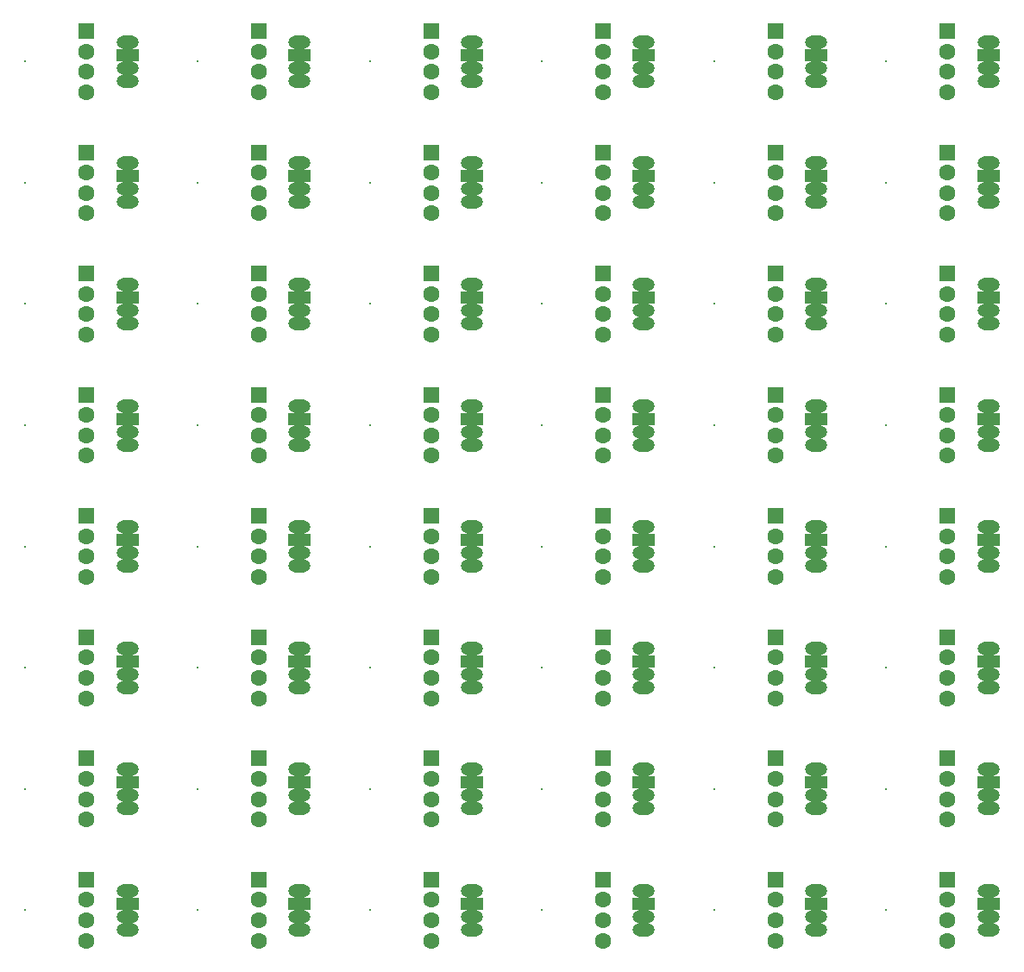
<source format=gts>
G04 Layer_Color=8388736*
%FSLAX25Y25*%
%MOIN*%
G70*
G01*
G75*
%ADD15O,0.08674X0.05013*%
%ADD16R,0.08674X0.05013*%
%ADD17R,0.06312X0.06312*%
%ADD18C,0.06312*%
%ADD19C,0.00800*%
D15*
X47244Y27185D02*
D03*
Y17185D02*
D03*
Y12185D02*
D03*
X113780Y27185D02*
D03*
Y17185D02*
D03*
Y12185D02*
D03*
X180315Y27185D02*
D03*
Y17185D02*
D03*
Y12185D02*
D03*
X246850Y27185D02*
D03*
Y17185D02*
D03*
Y12185D02*
D03*
X313386Y27185D02*
D03*
Y17185D02*
D03*
Y12185D02*
D03*
X379921Y27185D02*
D03*
Y17185D02*
D03*
Y12185D02*
D03*
X47244Y74036D02*
D03*
Y64035D02*
D03*
Y59035D02*
D03*
X113780Y74036D02*
D03*
Y64035D02*
D03*
Y59035D02*
D03*
X180315Y74036D02*
D03*
Y64035D02*
D03*
Y59035D02*
D03*
X246850Y74036D02*
D03*
Y64035D02*
D03*
Y59035D02*
D03*
X313386Y74036D02*
D03*
Y64035D02*
D03*
Y59035D02*
D03*
X379921Y74036D02*
D03*
Y64035D02*
D03*
Y59035D02*
D03*
X47244Y120886D02*
D03*
Y110886D02*
D03*
Y105886D02*
D03*
X113780Y120886D02*
D03*
Y110886D02*
D03*
Y105886D02*
D03*
X180315Y120886D02*
D03*
Y110886D02*
D03*
Y105886D02*
D03*
X246850Y120886D02*
D03*
Y110886D02*
D03*
Y105886D02*
D03*
X313386Y120886D02*
D03*
Y110886D02*
D03*
Y105886D02*
D03*
X379921Y120886D02*
D03*
Y110886D02*
D03*
Y105886D02*
D03*
X47244Y167736D02*
D03*
Y157736D02*
D03*
Y152736D02*
D03*
X113780Y167736D02*
D03*
Y157736D02*
D03*
Y152736D02*
D03*
X180315Y167736D02*
D03*
Y157736D02*
D03*
Y152736D02*
D03*
X246850Y167736D02*
D03*
Y157736D02*
D03*
Y152736D02*
D03*
X313386Y167736D02*
D03*
Y157736D02*
D03*
Y152736D02*
D03*
X379921Y167736D02*
D03*
Y157736D02*
D03*
Y152736D02*
D03*
X47244Y214587D02*
D03*
Y204587D02*
D03*
Y199587D02*
D03*
X113780Y214587D02*
D03*
Y204587D02*
D03*
Y199587D02*
D03*
X180315Y214587D02*
D03*
Y204587D02*
D03*
Y199587D02*
D03*
X246850Y214587D02*
D03*
Y204587D02*
D03*
Y199587D02*
D03*
X313386Y214587D02*
D03*
Y204587D02*
D03*
Y199587D02*
D03*
X379921Y214587D02*
D03*
Y204587D02*
D03*
Y199587D02*
D03*
X47244Y261437D02*
D03*
Y251437D02*
D03*
Y246437D02*
D03*
X113780Y261437D02*
D03*
Y251437D02*
D03*
Y246437D02*
D03*
X180315Y261437D02*
D03*
Y251437D02*
D03*
Y246437D02*
D03*
X246850Y261437D02*
D03*
Y251437D02*
D03*
Y246437D02*
D03*
X313386Y261437D02*
D03*
Y251437D02*
D03*
Y246437D02*
D03*
X379921Y261437D02*
D03*
Y251437D02*
D03*
Y246437D02*
D03*
X47244Y308287D02*
D03*
Y298287D02*
D03*
Y293287D02*
D03*
X113780Y308287D02*
D03*
Y298287D02*
D03*
Y293287D02*
D03*
X180315Y308287D02*
D03*
Y298287D02*
D03*
Y293287D02*
D03*
X246850Y308287D02*
D03*
Y298287D02*
D03*
Y293287D02*
D03*
X313386Y308287D02*
D03*
Y298287D02*
D03*
Y293287D02*
D03*
X379921Y308287D02*
D03*
Y298287D02*
D03*
Y293287D02*
D03*
X47244Y355138D02*
D03*
Y345138D02*
D03*
Y340138D02*
D03*
X113780Y355138D02*
D03*
Y345138D02*
D03*
Y340138D02*
D03*
X180315Y355138D02*
D03*
Y345138D02*
D03*
Y340138D02*
D03*
X246850Y355138D02*
D03*
Y345138D02*
D03*
Y340138D02*
D03*
X313386Y355138D02*
D03*
Y345138D02*
D03*
Y340138D02*
D03*
X379921Y355138D02*
D03*
Y345138D02*
D03*
Y340138D02*
D03*
D16*
X47244Y22185D02*
D03*
X113780D02*
D03*
X180315D02*
D03*
X246850D02*
D03*
X313386D02*
D03*
X379921D02*
D03*
X47244Y69036D02*
D03*
X113780D02*
D03*
X180315D02*
D03*
X246850D02*
D03*
X313386D02*
D03*
X379921D02*
D03*
X47244Y115886D02*
D03*
X113780D02*
D03*
X180315D02*
D03*
X246850D02*
D03*
X313386D02*
D03*
X379921D02*
D03*
X47244Y162736D02*
D03*
X113780D02*
D03*
X180315D02*
D03*
X246850D02*
D03*
X313386D02*
D03*
X379921D02*
D03*
X47244Y209587D02*
D03*
X113780D02*
D03*
X180315D02*
D03*
X246850D02*
D03*
X313386D02*
D03*
X379921D02*
D03*
X47244Y256437D02*
D03*
X113780D02*
D03*
X180315D02*
D03*
X246850D02*
D03*
X313386D02*
D03*
X379921D02*
D03*
X47244Y303287D02*
D03*
X113780D02*
D03*
X180315D02*
D03*
X246850D02*
D03*
X313386D02*
D03*
X379921D02*
D03*
X47244Y350138D02*
D03*
X113780D02*
D03*
X180315D02*
D03*
X246850D02*
D03*
X313386D02*
D03*
X379921D02*
D03*
D17*
X31496Y31496D02*
D03*
X98032D02*
D03*
X164567D02*
D03*
X231102D02*
D03*
X297638D02*
D03*
X364173D02*
D03*
X31496Y78347D02*
D03*
X98032D02*
D03*
X164567D02*
D03*
X231102D02*
D03*
X297638D02*
D03*
X364173D02*
D03*
X31496Y125197D02*
D03*
X98032D02*
D03*
X164567D02*
D03*
X231102D02*
D03*
X297638D02*
D03*
X364173D02*
D03*
X31496Y172047D02*
D03*
X98032D02*
D03*
X164567D02*
D03*
X231102D02*
D03*
X297638D02*
D03*
X364173D02*
D03*
X31496Y218898D02*
D03*
X98032D02*
D03*
X164567D02*
D03*
X231102D02*
D03*
X297638D02*
D03*
X364173D02*
D03*
X31496Y265748D02*
D03*
X98032D02*
D03*
X164567D02*
D03*
X231102D02*
D03*
X297638D02*
D03*
X364173D02*
D03*
X31496Y312598D02*
D03*
X98032D02*
D03*
X164567D02*
D03*
X231102D02*
D03*
X297638D02*
D03*
X364173D02*
D03*
X31496Y359449D02*
D03*
X98032D02*
D03*
X164567D02*
D03*
X231102D02*
D03*
X297638D02*
D03*
X364173D02*
D03*
D18*
X31496Y23622D02*
D03*
Y15748D02*
D03*
Y7874D02*
D03*
X98032Y23622D02*
D03*
Y15748D02*
D03*
Y7874D02*
D03*
X164567Y23622D02*
D03*
Y15748D02*
D03*
Y7874D02*
D03*
X231102Y23622D02*
D03*
Y15748D02*
D03*
Y7874D02*
D03*
X297638Y23622D02*
D03*
Y15748D02*
D03*
Y7874D02*
D03*
X364173Y23622D02*
D03*
Y15748D02*
D03*
Y7874D02*
D03*
X31496Y70473D02*
D03*
Y62599D02*
D03*
Y54725D02*
D03*
X98032Y70473D02*
D03*
Y62599D02*
D03*
Y54725D02*
D03*
X164567Y70473D02*
D03*
Y62599D02*
D03*
Y54725D02*
D03*
X231102Y70473D02*
D03*
Y62599D02*
D03*
Y54725D02*
D03*
X297638Y70473D02*
D03*
Y62599D02*
D03*
Y54725D02*
D03*
X364173Y70473D02*
D03*
Y62599D02*
D03*
Y54725D02*
D03*
X31496Y117323D02*
D03*
Y109449D02*
D03*
Y101575D02*
D03*
X98032Y117323D02*
D03*
Y109449D02*
D03*
Y101575D02*
D03*
X164567Y117323D02*
D03*
Y109449D02*
D03*
Y101575D02*
D03*
X231102Y117323D02*
D03*
Y109449D02*
D03*
Y101575D02*
D03*
X297638Y117323D02*
D03*
Y109449D02*
D03*
Y101575D02*
D03*
X364173Y117323D02*
D03*
Y109449D02*
D03*
Y101575D02*
D03*
X31496Y164173D02*
D03*
Y156299D02*
D03*
Y148425D02*
D03*
X98032Y164173D02*
D03*
Y156299D02*
D03*
Y148425D02*
D03*
X164567Y164173D02*
D03*
Y156299D02*
D03*
Y148425D02*
D03*
X231102Y164173D02*
D03*
Y156299D02*
D03*
Y148425D02*
D03*
X297638Y164173D02*
D03*
Y156299D02*
D03*
Y148425D02*
D03*
X364173Y164173D02*
D03*
Y156299D02*
D03*
Y148425D02*
D03*
X31496Y211024D02*
D03*
Y203150D02*
D03*
Y195276D02*
D03*
X98032Y211024D02*
D03*
Y203150D02*
D03*
Y195276D02*
D03*
X164567Y211024D02*
D03*
Y203150D02*
D03*
Y195276D02*
D03*
X231102Y211024D02*
D03*
Y203150D02*
D03*
Y195276D02*
D03*
X297638Y211024D02*
D03*
Y203150D02*
D03*
Y195276D02*
D03*
X364173Y211024D02*
D03*
Y203150D02*
D03*
Y195276D02*
D03*
X31496Y257874D02*
D03*
Y250000D02*
D03*
Y242126D02*
D03*
X98032Y257874D02*
D03*
Y250000D02*
D03*
Y242126D02*
D03*
X164567Y257874D02*
D03*
Y250000D02*
D03*
Y242126D02*
D03*
X231102Y257874D02*
D03*
Y250000D02*
D03*
Y242126D02*
D03*
X297638Y257874D02*
D03*
Y250000D02*
D03*
Y242126D02*
D03*
X364173Y257874D02*
D03*
Y250000D02*
D03*
Y242126D02*
D03*
X31496Y304724D02*
D03*
Y296850D02*
D03*
Y288976D02*
D03*
X98032Y304724D02*
D03*
Y296850D02*
D03*
Y288976D02*
D03*
X164567Y304724D02*
D03*
Y296850D02*
D03*
Y288976D02*
D03*
X231102Y304724D02*
D03*
Y296850D02*
D03*
Y288976D02*
D03*
X297638Y304724D02*
D03*
Y296850D02*
D03*
Y288976D02*
D03*
X364173Y304724D02*
D03*
Y296850D02*
D03*
Y288976D02*
D03*
X31496Y351575D02*
D03*
Y343701D02*
D03*
Y335827D02*
D03*
X98032Y351575D02*
D03*
Y343701D02*
D03*
Y335827D02*
D03*
X164567Y351575D02*
D03*
Y343701D02*
D03*
Y335827D02*
D03*
X231102Y351575D02*
D03*
Y343701D02*
D03*
Y335827D02*
D03*
X297638Y351575D02*
D03*
Y343701D02*
D03*
Y335827D02*
D03*
X364173Y351575D02*
D03*
Y343701D02*
D03*
Y335827D02*
D03*
D19*
X7874Y19685D02*
D03*
X74410D02*
D03*
X140945D02*
D03*
X207480D02*
D03*
X274016D02*
D03*
X340551D02*
D03*
X7874Y66536D02*
D03*
X74410D02*
D03*
X140945D02*
D03*
X207480D02*
D03*
X274016D02*
D03*
X340551D02*
D03*
X7874Y113386D02*
D03*
X74410D02*
D03*
X140945D02*
D03*
X207480D02*
D03*
X274016D02*
D03*
X340551D02*
D03*
X7874Y160236D02*
D03*
X74410D02*
D03*
X140945D02*
D03*
X207480D02*
D03*
X274016D02*
D03*
X340551D02*
D03*
X7874Y207087D02*
D03*
X74410D02*
D03*
X140945D02*
D03*
X207480D02*
D03*
X274016D02*
D03*
X340551D02*
D03*
X7874Y253937D02*
D03*
X74410D02*
D03*
X140945D02*
D03*
X207480D02*
D03*
X274016D02*
D03*
X340551D02*
D03*
X7874Y300787D02*
D03*
X74410D02*
D03*
X140945D02*
D03*
X207480D02*
D03*
X274016D02*
D03*
X340551D02*
D03*
X7874Y347638D02*
D03*
X74410D02*
D03*
X140945D02*
D03*
X207480D02*
D03*
X274016D02*
D03*
X340551D02*
D03*
M02*

</source>
